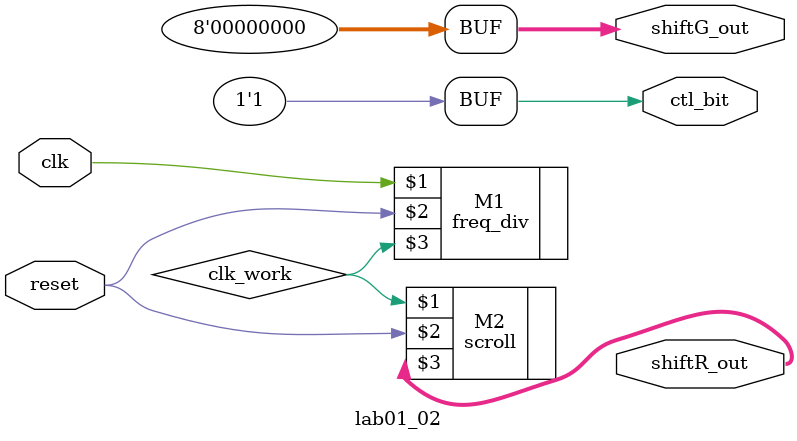
<source format=v>
module lab01_02(clk, reset, shiftR_out, shiftG_out, ctl_bit);
input 	clk; // pin W16
input 	reset; // pin C16
output	[7:0]shiftR_out; 
// pin D7, D6, A9, C9, A8, C8, C11, B11
output	[7:0]shiftG_out; 
// pin A10 ,B10 ,A13 ,A12 ,B12 ,D12 ,A15 ,A14
assign shiftG_out =0;
output 	ctl_bit; // pin T22
assign 	ctl_bit= 1'b1;
freq_div#(20)M1 (clk, reset, clk_work); 
scroll M2 (clk_work, reset, shiftR_out);
endmodule
</source>
